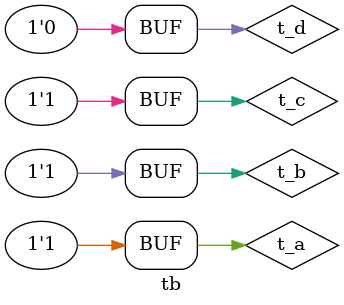
<source format=v>
module tb;
reg t_a,t_b,t_c,t_d;
wire a,b,c,d,e,f,g,h;

decoder38 x(.a(t_a),.b(t_b),.c(t_c),.d(t_d),.e(a),.f(b),.g(c),.h(d),.i(e),.j(f),.k(g),.l(h));
initial begin
$dumpfile("dump_decoder38.vcd");
$dumpvars(0,tb);
end
initial begin
$monitor(t_d,"  ",t_a," ",t_b," ",t_c,"   ",a," ",b," ",c," ",d," ",e," ",f," ",g," ",h);

t_d=1'b1;
t_a=1'b1;
t_b=1'b1;
t_c=1'b1;
#10
t_d=1'b0;
t_a=1'b0;
t_b=1'b0;
t_c=1'b0;
#10
t_d=1'b0;
t_a=1'b0;
t_b=1'b0;
t_c=1'b1;
#10
t_d=1'b0;
t_a=1'b0;
t_b=1'b1;
t_c=1'b0;
#10
t_d=1'b0;
t_a=1'b0;
t_b=1'b1;
t_c=1'b1;
#10
t_d=1'b0;
t_a=1'b1;
t_b=1'b0;
t_c=1'b0;
#10
t_d=1'b0;
t_a=1'b1;
t_b=1'b0;
t_c=1'b1;
#10
t_d=1'b0;
t_a=1'b1;
t_b=1'b1;
t_c=1'b0;
#10
t_d=1'b0;
t_a=1'b1;
t_b=1'b1;
t_c=1'b1;


end
endmodule

</source>
